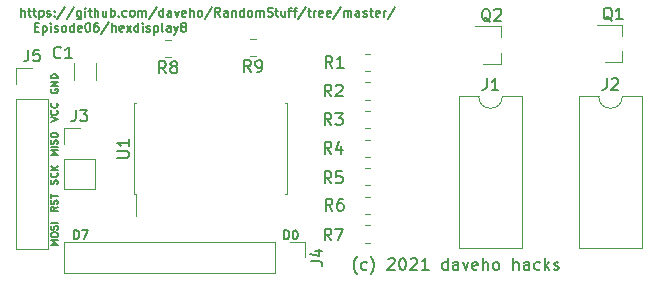
<source format=gbr>
%TF.GenerationSoftware,KiCad,Pcbnew,5.1.9-73d0e3b20d~88~ubuntu20.04.1*%
%TF.CreationDate,2021-03-07T16:38:01-05:00*%
%TF.ProjectId,hexdisplay8,68657864-6973-4706-9c61-79382e6b6963,rev?*%
%TF.SameCoordinates,Original*%
%TF.FileFunction,Legend,Top*%
%TF.FilePolarity,Positive*%
%FSLAX46Y46*%
G04 Gerber Fmt 4.6, Leading zero omitted, Abs format (unit mm)*
G04 Created by KiCad (PCBNEW 5.1.9-73d0e3b20d~88~ubuntu20.04.1) date 2021-03-07 16:38:01*
%MOMM*%
%LPD*%
G01*
G04 APERTURE LIST*
%ADD10C,0.150000*%
%ADD11C,0.120000*%
G04 APERTURE END LIST*
D10*
X140371428Y-118942857D02*
X139771428Y-118942857D01*
X140200000Y-118742857D01*
X139771428Y-118542857D01*
X140371428Y-118542857D01*
X139771428Y-118142857D02*
X139771428Y-118028571D01*
X139800000Y-117971428D01*
X139857142Y-117914285D01*
X139971428Y-117885714D01*
X140171428Y-117885714D01*
X140285714Y-117914285D01*
X140342857Y-117971428D01*
X140371428Y-118028571D01*
X140371428Y-118142857D01*
X140342857Y-118200000D01*
X140285714Y-118257142D01*
X140171428Y-118285714D01*
X139971428Y-118285714D01*
X139857142Y-118257142D01*
X139800000Y-118200000D01*
X139771428Y-118142857D01*
X140342857Y-117657142D02*
X140371428Y-117571428D01*
X140371428Y-117428571D01*
X140342857Y-117371428D01*
X140314285Y-117342857D01*
X140257142Y-117314285D01*
X140200000Y-117314285D01*
X140142857Y-117342857D01*
X140114285Y-117371428D01*
X140085714Y-117428571D01*
X140057142Y-117542857D01*
X140028571Y-117600000D01*
X140000000Y-117628571D01*
X139942857Y-117657142D01*
X139885714Y-117657142D01*
X139828571Y-117628571D01*
X139800000Y-117600000D01*
X139771428Y-117542857D01*
X139771428Y-117400000D01*
X139800000Y-117314285D01*
X140371428Y-117057142D02*
X139771428Y-117057142D01*
X140371428Y-115728571D02*
X140085714Y-115928571D01*
X140371428Y-116071428D02*
X139771428Y-116071428D01*
X139771428Y-115842857D01*
X139800000Y-115785714D01*
X139828571Y-115757142D01*
X139885714Y-115728571D01*
X139971428Y-115728571D01*
X140028571Y-115757142D01*
X140057142Y-115785714D01*
X140085714Y-115842857D01*
X140085714Y-116071428D01*
X140342857Y-115500000D02*
X140371428Y-115414285D01*
X140371428Y-115271428D01*
X140342857Y-115214285D01*
X140314285Y-115185714D01*
X140257142Y-115157142D01*
X140200000Y-115157142D01*
X140142857Y-115185714D01*
X140114285Y-115214285D01*
X140085714Y-115271428D01*
X140057142Y-115385714D01*
X140028571Y-115442857D01*
X140000000Y-115471428D01*
X139942857Y-115500000D01*
X139885714Y-115500000D01*
X139828571Y-115471428D01*
X139800000Y-115442857D01*
X139771428Y-115385714D01*
X139771428Y-115242857D01*
X139800000Y-115157142D01*
X139771428Y-114985714D02*
X139771428Y-114642857D01*
X140371428Y-114814285D02*
X139771428Y-114814285D01*
X140342857Y-113771428D02*
X140371428Y-113685714D01*
X140371428Y-113542857D01*
X140342857Y-113485714D01*
X140314285Y-113457142D01*
X140257142Y-113428571D01*
X140200000Y-113428571D01*
X140142857Y-113457142D01*
X140114285Y-113485714D01*
X140085714Y-113542857D01*
X140057142Y-113657142D01*
X140028571Y-113714285D01*
X140000000Y-113742857D01*
X139942857Y-113771428D01*
X139885714Y-113771428D01*
X139828571Y-113742857D01*
X139800000Y-113714285D01*
X139771428Y-113657142D01*
X139771428Y-113514285D01*
X139800000Y-113428571D01*
X140314285Y-112828571D02*
X140342857Y-112857142D01*
X140371428Y-112942857D01*
X140371428Y-113000000D01*
X140342857Y-113085714D01*
X140285714Y-113142857D01*
X140228571Y-113171428D01*
X140114285Y-113200000D01*
X140028571Y-113200000D01*
X139914285Y-113171428D01*
X139857142Y-113142857D01*
X139800000Y-113085714D01*
X139771428Y-113000000D01*
X139771428Y-112942857D01*
X139800000Y-112857142D01*
X139828571Y-112828571D01*
X140371428Y-112571428D02*
X139771428Y-112571428D01*
X140371428Y-112228571D02*
X140028571Y-112485714D01*
X139771428Y-112228571D02*
X140114285Y-112571428D01*
X140371428Y-111342857D02*
X139771428Y-111342857D01*
X140200000Y-111142857D01*
X139771428Y-110942857D01*
X140371428Y-110942857D01*
X140371428Y-110657142D02*
X139771428Y-110657142D01*
X140342857Y-110400000D02*
X140371428Y-110314285D01*
X140371428Y-110171428D01*
X140342857Y-110114285D01*
X140314285Y-110085714D01*
X140257142Y-110057142D01*
X140200000Y-110057142D01*
X140142857Y-110085714D01*
X140114285Y-110114285D01*
X140085714Y-110171428D01*
X140057142Y-110285714D01*
X140028571Y-110342857D01*
X140000000Y-110371428D01*
X139942857Y-110400000D01*
X139885714Y-110400000D01*
X139828571Y-110371428D01*
X139800000Y-110342857D01*
X139771428Y-110285714D01*
X139771428Y-110142857D01*
X139800000Y-110057142D01*
X139771428Y-109685714D02*
X139771428Y-109571428D01*
X139800000Y-109514285D01*
X139857142Y-109457142D01*
X139971428Y-109428571D01*
X140171428Y-109428571D01*
X140285714Y-109457142D01*
X140342857Y-109514285D01*
X140371428Y-109571428D01*
X140371428Y-109685714D01*
X140342857Y-109742857D01*
X140285714Y-109800000D01*
X140171428Y-109828571D01*
X139971428Y-109828571D01*
X139857142Y-109800000D01*
X139800000Y-109742857D01*
X139771428Y-109685714D01*
X139771428Y-108500000D02*
X140371428Y-108300000D01*
X139771428Y-108100000D01*
X140314285Y-107557142D02*
X140342857Y-107585714D01*
X140371428Y-107671428D01*
X140371428Y-107728571D01*
X140342857Y-107814285D01*
X140285714Y-107871428D01*
X140228571Y-107900000D01*
X140114285Y-107928571D01*
X140028571Y-107928571D01*
X139914285Y-107900000D01*
X139857142Y-107871428D01*
X139800000Y-107814285D01*
X139771428Y-107728571D01*
X139771428Y-107671428D01*
X139800000Y-107585714D01*
X139828571Y-107557142D01*
X140314285Y-106957142D02*
X140342857Y-106985714D01*
X140371428Y-107071428D01*
X140371428Y-107128571D01*
X140342857Y-107214285D01*
X140285714Y-107271428D01*
X140228571Y-107300000D01*
X140114285Y-107328571D01*
X140028571Y-107328571D01*
X139914285Y-107300000D01*
X139857142Y-107271428D01*
X139800000Y-107214285D01*
X139771428Y-107128571D01*
X139771428Y-107071428D01*
X139800000Y-106985714D01*
X139828571Y-106957142D01*
X139800000Y-105757142D02*
X139771428Y-105814285D01*
X139771428Y-105900000D01*
X139800000Y-105985714D01*
X139857142Y-106042857D01*
X139914285Y-106071428D01*
X140028571Y-106100000D01*
X140114285Y-106100000D01*
X140228571Y-106071428D01*
X140285714Y-106042857D01*
X140342857Y-105985714D01*
X140371428Y-105900000D01*
X140371428Y-105842857D01*
X140342857Y-105757142D01*
X140314285Y-105728571D01*
X140114285Y-105728571D01*
X140114285Y-105842857D01*
X140371428Y-105471428D02*
X139771428Y-105471428D01*
X140371428Y-105128571D01*
X139771428Y-105128571D01*
X140371428Y-104842857D02*
X139771428Y-104842857D01*
X139771428Y-104700000D01*
X139800000Y-104614285D01*
X139857142Y-104557142D01*
X139914285Y-104528571D01*
X140028571Y-104500000D01*
X140114285Y-104500000D01*
X140228571Y-104528571D01*
X140285714Y-104557142D01*
X140342857Y-104614285D01*
X140371428Y-104700000D01*
X140371428Y-104842857D01*
X159546428Y-118439285D02*
X159546428Y-117689285D01*
X159725000Y-117689285D01*
X159832142Y-117725000D01*
X159903571Y-117796428D01*
X159939285Y-117867857D01*
X159975000Y-118010714D01*
X159975000Y-118117857D01*
X159939285Y-118260714D01*
X159903571Y-118332142D01*
X159832142Y-118403571D01*
X159725000Y-118439285D01*
X159546428Y-118439285D01*
X160439285Y-117689285D02*
X160510714Y-117689285D01*
X160582142Y-117725000D01*
X160617857Y-117760714D01*
X160653571Y-117832142D01*
X160689285Y-117975000D01*
X160689285Y-118153571D01*
X160653571Y-118296428D01*
X160617857Y-118367857D01*
X160582142Y-118403571D01*
X160510714Y-118439285D01*
X160439285Y-118439285D01*
X160367857Y-118403571D01*
X160332142Y-118367857D01*
X160296428Y-118296428D01*
X160260714Y-118153571D01*
X160260714Y-117975000D01*
X160296428Y-117832142D01*
X160332142Y-117760714D01*
X160367857Y-117725000D01*
X160439285Y-117689285D01*
X141746428Y-118439285D02*
X141746428Y-117689285D01*
X141925000Y-117689285D01*
X142032142Y-117725000D01*
X142103571Y-117796428D01*
X142139285Y-117867857D01*
X142175000Y-118010714D01*
X142175000Y-118117857D01*
X142139285Y-118260714D01*
X142103571Y-118332142D01*
X142032142Y-118403571D01*
X141925000Y-118439285D01*
X141746428Y-118439285D01*
X142425000Y-117689285D02*
X142925000Y-117689285D01*
X142603571Y-118439285D01*
X137276071Y-99601785D02*
X137276071Y-98851785D01*
X137597500Y-99601785D02*
X137597500Y-99208928D01*
X137561785Y-99137500D01*
X137490357Y-99101785D01*
X137383214Y-99101785D01*
X137311785Y-99137500D01*
X137276071Y-99173214D01*
X137847500Y-99101785D02*
X138133214Y-99101785D01*
X137954642Y-98851785D02*
X137954642Y-99494642D01*
X137990357Y-99566071D01*
X138061785Y-99601785D01*
X138133214Y-99601785D01*
X138276071Y-99101785D02*
X138561785Y-99101785D01*
X138383214Y-98851785D02*
X138383214Y-99494642D01*
X138418928Y-99566071D01*
X138490357Y-99601785D01*
X138561785Y-99601785D01*
X138811785Y-99101785D02*
X138811785Y-99851785D01*
X138811785Y-99137500D02*
X138883214Y-99101785D01*
X139026071Y-99101785D01*
X139097500Y-99137500D01*
X139133214Y-99173214D01*
X139168928Y-99244642D01*
X139168928Y-99458928D01*
X139133214Y-99530357D01*
X139097500Y-99566071D01*
X139026071Y-99601785D01*
X138883214Y-99601785D01*
X138811785Y-99566071D01*
X139454642Y-99566071D02*
X139526071Y-99601785D01*
X139668928Y-99601785D01*
X139740357Y-99566071D01*
X139776071Y-99494642D01*
X139776071Y-99458928D01*
X139740357Y-99387500D01*
X139668928Y-99351785D01*
X139561785Y-99351785D01*
X139490357Y-99316071D01*
X139454642Y-99244642D01*
X139454642Y-99208928D01*
X139490357Y-99137500D01*
X139561785Y-99101785D01*
X139668928Y-99101785D01*
X139740357Y-99137500D01*
X140097500Y-99530357D02*
X140133214Y-99566071D01*
X140097500Y-99601785D01*
X140061785Y-99566071D01*
X140097500Y-99530357D01*
X140097500Y-99601785D01*
X140097500Y-99137500D02*
X140133214Y-99173214D01*
X140097500Y-99208928D01*
X140061785Y-99173214D01*
X140097500Y-99137500D01*
X140097500Y-99208928D01*
X140990357Y-98816071D02*
X140347500Y-99780357D01*
X141776071Y-98816071D02*
X141133214Y-99780357D01*
X142347500Y-99101785D02*
X142347500Y-99708928D01*
X142311785Y-99780357D01*
X142276071Y-99816071D01*
X142204642Y-99851785D01*
X142097500Y-99851785D01*
X142026071Y-99816071D01*
X142347500Y-99566071D02*
X142276071Y-99601785D01*
X142133214Y-99601785D01*
X142061785Y-99566071D01*
X142026071Y-99530357D01*
X141990357Y-99458928D01*
X141990357Y-99244642D01*
X142026071Y-99173214D01*
X142061785Y-99137500D01*
X142133214Y-99101785D01*
X142276071Y-99101785D01*
X142347500Y-99137500D01*
X142704642Y-99601785D02*
X142704642Y-99101785D01*
X142704642Y-98851785D02*
X142668928Y-98887500D01*
X142704642Y-98923214D01*
X142740357Y-98887500D01*
X142704642Y-98851785D01*
X142704642Y-98923214D01*
X142954642Y-99101785D02*
X143240357Y-99101785D01*
X143061785Y-98851785D02*
X143061785Y-99494642D01*
X143097500Y-99566071D01*
X143168928Y-99601785D01*
X143240357Y-99601785D01*
X143490357Y-99601785D02*
X143490357Y-98851785D01*
X143811785Y-99601785D02*
X143811785Y-99208928D01*
X143776071Y-99137500D01*
X143704642Y-99101785D01*
X143597500Y-99101785D01*
X143526071Y-99137500D01*
X143490357Y-99173214D01*
X144490357Y-99101785D02*
X144490357Y-99601785D01*
X144168928Y-99101785D02*
X144168928Y-99494642D01*
X144204642Y-99566071D01*
X144276071Y-99601785D01*
X144383214Y-99601785D01*
X144454642Y-99566071D01*
X144490357Y-99530357D01*
X144847500Y-99601785D02*
X144847500Y-98851785D01*
X144847500Y-99137500D02*
X144918928Y-99101785D01*
X145061785Y-99101785D01*
X145133214Y-99137500D01*
X145168928Y-99173214D01*
X145204642Y-99244642D01*
X145204642Y-99458928D01*
X145168928Y-99530357D01*
X145133214Y-99566071D01*
X145061785Y-99601785D01*
X144918928Y-99601785D01*
X144847500Y-99566071D01*
X145526071Y-99530357D02*
X145561785Y-99566071D01*
X145526071Y-99601785D01*
X145490357Y-99566071D01*
X145526071Y-99530357D01*
X145526071Y-99601785D01*
X146204642Y-99566071D02*
X146133214Y-99601785D01*
X145990357Y-99601785D01*
X145918928Y-99566071D01*
X145883214Y-99530357D01*
X145847500Y-99458928D01*
X145847500Y-99244642D01*
X145883214Y-99173214D01*
X145918928Y-99137500D01*
X145990357Y-99101785D01*
X146133214Y-99101785D01*
X146204642Y-99137500D01*
X146633214Y-99601785D02*
X146561785Y-99566071D01*
X146526071Y-99530357D01*
X146490357Y-99458928D01*
X146490357Y-99244642D01*
X146526071Y-99173214D01*
X146561785Y-99137500D01*
X146633214Y-99101785D01*
X146740357Y-99101785D01*
X146811785Y-99137500D01*
X146847500Y-99173214D01*
X146883214Y-99244642D01*
X146883214Y-99458928D01*
X146847500Y-99530357D01*
X146811785Y-99566071D01*
X146740357Y-99601785D01*
X146633214Y-99601785D01*
X147204642Y-99601785D02*
X147204642Y-99101785D01*
X147204642Y-99173214D02*
X147240357Y-99137500D01*
X147311785Y-99101785D01*
X147418928Y-99101785D01*
X147490357Y-99137500D01*
X147526071Y-99208928D01*
X147526071Y-99601785D01*
X147526071Y-99208928D02*
X147561785Y-99137500D01*
X147633214Y-99101785D01*
X147740357Y-99101785D01*
X147811785Y-99137500D01*
X147847500Y-99208928D01*
X147847500Y-99601785D01*
X148740357Y-98816071D02*
X148097500Y-99780357D01*
X149311785Y-99601785D02*
X149311785Y-98851785D01*
X149311785Y-99566071D02*
X149240357Y-99601785D01*
X149097500Y-99601785D01*
X149026071Y-99566071D01*
X148990357Y-99530357D01*
X148954642Y-99458928D01*
X148954642Y-99244642D01*
X148990357Y-99173214D01*
X149026071Y-99137500D01*
X149097500Y-99101785D01*
X149240357Y-99101785D01*
X149311785Y-99137500D01*
X149990357Y-99601785D02*
X149990357Y-99208928D01*
X149954642Y-99137500D01*
X149883214Y-99101785D01*
X149740357Y-99101785D01*
X149668928Y-99137500D01*
X149990357Y-99566071D02*
X149918928Y-99601785D01*
X149740357Y-99601785D01*
X149668928Y-99566071D01*
X149633214Y-99494642D01*
X149633214Y-99423214D01*
X149668928Y-99351785D01*
X149740357Y-99316071D01*
X149918928Y-99316071D01*
X149990357Y-99280357D01*
X150276071Y-99101785D02*
X150454642Y-99601785D01*
X150633214Y-99101785D01*
X151204642Y-99566071D02*
X151133214Y-99601785D01*
X150990357Y-99601785D01*
X150918928Y-99566071D01*
X150883214Y-99494642D01*
X150883214Y-99208928D01*
X150918928Y-99137500D01*
X150990357Y-99101785D01*
X151133214Y-99101785D01*
X151204642Y-99137500D01*
X151240357Y-99208928D01*
X151240357Y-99280357D01*
X150883214Y-99351785D01*
X151561785Y-99601785D02*
X151561785Y-98851785D01*
X151883214Y-99601785D02*
X151883214Y-99208928D01*
X151847500Y-99137500D01*
X151776071Y-99101785D01*
X151668928Y-99101785D01*
X151597500Y-99137500D01*
X151561785Y-99173214D01*
X152347500Y-99601785D02*
X152276071Y-99566071D01*
X152240357Y-99530357D01*
X152204642Y-99458928D01*
X152204642Y-99244642D01*
X152240357Y-99173214D01*
X152276071Y-99137500D01*
X152347500Y-99101785D01*
X152454642Y-99101785D01*
X152526071Y-99137500D01*
X152561785Y-99173214D01*
X152597500Y-99244642D01*
X152597500Y-99458928D01*
X152561785Y-99530357D01*
X152526071Y-99566071D01*
X152454642Y-99601785D01*
X152347500Y-99601785D01*
X153454642Y-98816071D02*
X152811785Y-99780357D01*
X154133214Y-99601785D02*
X153883214Y-99244642D01*
X153704642Y-99601785D02*
X153704642Y-98851785D01*
X153990357Y-98851785D01*
X154061785Y-98887500D01*
X154097500Y-98923214D01*
X154133214Y-98994642D01*
X154133214Y-99101785D01*
X154097500Y-99173214D01*
X154061785Y-99208928D01*
X153990357Y-99244642D01*
X153704642Y-99244642D01*
X154776071Y-99601785D02*
X154776071Y-99208928D01*
X154740357Y-99137500D01*
X154668928Y-99101785D01*
X154526071Y-99101785D01*
X154454642Y-99137500D01*
X154776071Y-99566071D02*
X154704642Y-99601785D01*
X154526071Y-99601785D01*
X154454642Y-99566071D01*
X154418928Y-99494642D01*
X154418928Y-99423214D01*
X154454642Y-99351785D01*
X154526071Y-99316071D01*
X154704642Y-99316071D01*
X154776071Y-99280357D01*
X155133214Y-99101785D02*
X155133214Y-99601785D01*
X155133214Y-99173214D02*
X155168928Y-99137500D01*
X155240357Y-99101785D01*
X155347500Y-99101785D01*
X155418928Y-99137500D01*
X155454642Y-99208928D01*
X155454642Y-99601785D01*
X156133214Y-99601785D02*
X156133214Y-98851785D01*
X156133214Y-99566071D02*
X156061785Y-99601785D01*
X155918928Y-99601785D01*
X155847500Y-99566071D01*
X155811785Y-99530357D01*
X155776071Y-99458928D01*
X155776071Y-99244642D01*
X155811785Y-99173214D01*
X155847500Y-99137500D01*
X155918928Y-99101785D01*
X156061785Y-99101785D01*
X156133214Y-99137500D01*
X156597500Y-99601785D02*
X156526071Y-99566071D01*
X156490357Y-99530357D01*
X156454642Y-99458928D01*
X156454642Y-99244642D01*
X156490357Y-99173214D01*
X156526071Y-99137500D01*
X156597500Y-99101785D01*
X156704642Y-99101785D01*
X156776071Y-99137500D01*
X156811785Y-99173214D01*
X156847500Y-99244642D01*
X156847500Y-99458928D01*
X156811785Y-99530357D01*
X156776071Y-99566071D01*
X156704642Y-99601785D01*
X156597500Y-99601785D01*
X157168928Y-99601785D02*
X157168928Y-99101785D01*
X157168928Y-99173214D02*
X157204642Y-99137500D01*
X157276071Y-99101785D01*
X157383214Y-99101785D01*
X157454642Y-99137500D01*
X157490357Y-99208928D01*
X157490357Y-99601785D01*
X157490357Y-99208928D02*
X157526071Y-99137500D01*
X157597500Y-99101785D01*
X157704642Y-99101785D01*
X157776071Y-99137500D01*
X157811785Y-99208928D01*
X157811785Y-99601785D01*
X158133214Y-99566071D02*
X158240357Y-99601785D01*
X158418928Y-99601785D01*
X158490357Y-99566071D01*
X158526071Y-99530357D01*
X158561785Y-99458928D01*
X158561785Y-99387500D01*
X158526071Y-99316071D01*
X158490357Y-99280357D01*
X158418928Y-99244642D01*
X158276071Y-99208928D01*
X158204642Y-99173214D01*
X158168928Y-99137500D01*
X158133214Y-99066071D01*
X158133214Y-98994642D01*
X158168928Y-98923214D01*
X158204642Y-98887500D01*
X158276071Y-98851785D01*
X158454642Y-98851785D01*
X158561785Y-98887500D01*
X158776071Y-99101785D02*
X159061785Y-99101785D01*
X158883214Y-98851785D02*
X158883214Y-99494642D01*
X158918928Y-99566071D01*
X158990357Y-99601785D01*
X159061785Y-99601785D01*
X159633214Y-99101785D02*
X159633214Y-99601785D01*
X159311785Y-99101785D02*
X159311785Y-99494642D01*
X159347500Y-99566071D01*
X159418928Y-99601785D01*
X159526071Y-99601785D01*
X159597500Y-99566071D01*
X159633214Y-99530357D01*
X159883214Y-99101785D02*
X160168928Y-99101785D01*
X159990357Y-99601785D02*
X159990357Y-98958928D01*
X160026071Y-98887500D01*
X160097500Y-98851785D01*
X160168928Y-98851785D01*
X160311785Y-99101785D02*
X160597500Y-99101785D01*
X160418928Y-99601785D02*
X160418928Y-98958928D01*
X160454642Y-98887500D01*
X160526071Y-98851785D01*
X160597500Y-98851785D01*
X161383214Y-98816071D02*
X160740357Y-99780357D01*
X161526071Y-99101785D02*
X161811785Y-99101785D01*
X161633214Y-98851785D02*
X161633214Y-99494642D01*
X161668928Y-99566071D01*
X161740357Y-99601785D01*
X161811785Y-99601785D01*
X162061785Y-99601785D02*
X162061785Y-99101785D01*
X162061785Y-99244642D02*
X162097500Y-99173214D01*
X162133214Y-99137500D01*
X162204642Y-99101785D01*
X162276071Y-99101785D01*
X162811785Y-99566071D02*
X162740357Y-99601785D01*
X162597500Y-99601785D01*
X162526071Y-99566071D01*
X162490357Y-99494642D01*
X162490357Y-99208928D01*
X162526071Y-99137500D01*
X162597500Y-99101785D01*
X162740357Y-99101785D01*
X162811785Y-99137500D01*
X162847500Y-99208928D01*
X162847500Y-99280357D01*
X162490357Y-99351785D01*
X163454642Y-99566071D02*
X163383214Y-99601785D01*
X163240357Y-99601785D01*
X163168928Y-99566071D01*
X163133214Y-99494642D01*
X163133214Y-99208928D01*
X163168928Y-99137500D01*
X163240357Y-99101785D01*
X163383214Y-99101785D01*
X163454642Y-99137500D01*
X163490357Y-99208928D01*
X163490357Y-99280357D01*
X163133214Y-99351785D01*
X164347500Y-98816071D02*
X163704642Y-99780357D01*
X164597500Y-99601785D02*
X164597500Y-99101785D01*
X164597500Y-99173214D02*
X164633214Y-99137500D01*
X164704642Y-99101785D01*
X164811785Y-99101785D01*
X164883214Y-99137500D01*
X164918928Y-99208928D01*
X164918928Y-99601785D01*
X164918928Y-99208928D02*
X164954642Y-99137500D01*
X165026071Y-99101785D01*
X165133214Y-99101785D01*
X165204642Y-99137500D01*
X165240357Y-99208928D01*
X165240357Y-99601785D01*
X165918928Y-99601785D02*
X165918928Y-99208928D01*
X165883214Y-99137500D01*
X165811785Y-99101785D01*
X165668928Y-99101785D01*
X165597500Y-99137500D01*
X165918928Y-99566071D02*
X165847500Y-99601785D01*
X165668928Y-99601785D01*
X165597500Y-99566071D01*
X165561785Y-99494642D01*
X165561785Y-99423214D01*
X165597500Y-99351785D01*
X165668928Y-99316071D01*
X165847500Y-99316071D01*
X165918928Y-99280357D01*
X166240357Y-99566071D02*
X166311785Y-99601785D01*
X166454642Y-99601785D01*
X166526071Y-99566071D01*
X166561785Y-99494642D01*
X166561785Y-99458928D01*
X166526071Y-99387500D01*
X166454642Y-99351785D01*
X166347500Y-99351785D01*
X166276071Y-99316071D01*
X166240357Y-99244642D01*
X166240357Y-99208928D01*
X166276071Y-99137500D01*
X166347500Y-99101785D01*
X166454642Y-99101785D01*
X166526071Y-99137500D01*
X166776071Y-99101785D02*
X167061785Y-99101785D01*
X166883214Y-98851785D02*
X166883214Y-99494642D01*
X166918928Y-99566071D01*
X166990357Y-99601785D01*
X167061785Y-99601785D01*
X167597500Y-99566071D02*
X167526071Y-99601785D01*
X167383214Y-99601785D01*
X167311785Y-99566071D01*
X167276071Y-99494642D01*
X167276071Y-99208928D01*
X167311785Y-99137500D01*
X167383214Y-99101785D01*
X167526071Y-99101785D01*
X167597500Y-99137500D01*
X167633214Y-99208928D01*
X167633214Y-99280357D01*
X167276071Y-99351785D01*
X167954642Y-99601785D02*
X167954642Y-99101785D01*
X167954642Y-99244642D02*
X167990357Y-99173214D01*
X168026071Y-99137500D01*
X168097500Y-99101785D01*
X168168928Y-99101785D01*
X168954642Y-98816071D02*
X168311785Y-99780357D01*
X138418928Y-100483928D02*
X138668928Y-100483928D01*
X138776071Y-100876785D02*
X138418928Y-100876785D01*
X138418928Y-100126785D01*
X138776071Y-100126785D01*
X139097500Y-100376785D02*
X139097500Y-101126785D01*
X139097500Y-100412500D02*
X139168928Y-100376785D01*
X139311785Y-100376785D01*
X139383214Y-100412500D01*
X139418928Y-100448214D01*
X139454642Y-100519642D01*
X139454642Y-100733928D01*
X139418928Y-100805357D01*
X139383214Y-100841071D01*
X139311785Y-100876785D01*
X139168928Y-100876785D01*
X139097500Y-100841071D01*
X139776071Y-100876785D02*
X139776071Y-100376785D01*
X139776071Y-100126785D02*
X139740357Y-100162500D01*
X139776071Y-100198214D01*
X139811785Y-100162500D01*
X139776071Y-100126785D01*
X139776071Y-100198214D01*
X140097500Y-100841071D02*
X140168928Y-100876785D01*
X140311785Y-100876785D01*
X140383214Y-100841071D01*
X140418928Y-100769642D01*
X140418928Y-100733928D01*
X140383214Y-100662500D01*
X140311785Y-100626785D01*
X140204642Y-100626785D01*
X140133214Y-100591071D01*
X140097500Y-100519642D01*
X140097500Y-100483928D01*
X140133214Y-100412500D01*
X140204642Y-100376785D01*
X140311785Y-100376785D01*
X140383214Y-100412500D01*
X140847500Y-100876785D02*
X140776071Y-100841071D01*
X140740357Y-100805357D01*
X140704642Y-100733928D01*
X140704642Y-100519642D01*
X140740357Y-100448214D01*
X140776071Y-100412500D01*
X140847500Y-100376785D01*
X140954642Y-100376785D01*
X141026071Y-100412500D01*
X141061785Y-100448214D01*
X141097500Y-100519642D01*
X141097500Y-100733928D01*
X141061785Y-100805357D01*
X141026071Y-100841071D01*
X140954642Y-100876785D01*
X140847500Y-100876785D01*
X141740357Y-100876785D02*
X141740357Y-100126785D01*
X141740357Y-100841071D02*
X141668928Y-100876785D01*
X141526071Y-100876785D01*
X141454642Y-100841071D01*
X141418928Y-100805357D01*
X141383214Y-100733928D01*
X141383214Y-100519642D01*
X141418928Y-100448214D01*
X141454642Y-100412500D01*
X141526071Y-100376785D01*
X141668928Y-100376785D01*
X141740357Y-100412500D01*
X142383214Y-100841071D02*
X142311785Y-100876785D01*
X142168928Y-100876785D01*
X142097500Y-100841071D01*
X142061785Y-100769642D01*
X142061785Y-100483928D01*
X142097500Y-100412500D01*
X142168928Y-100376785D01*
X142311785Y-100376785D01*
X142383214Y-100412500D01*
X142418928Y-100483928D01*
X142418928Y-100555357D01*
X142061785Y-100626785D01*
X142883214Y-100126785D02*
X142954642Y-100126785D01*
X143026071Y-100162500D01*
X143061785Y-100198214D01*
X143097500Y-100269642D01*
X143133214Y-100412500D01*
X143133214Y-100591071D01*
X143097500Y-100733928D01*
X143061785Y-100805357D01*
X143026071Y-100841071D01*
X142954642Y-100876785D01*
X142883214Y-100876785D01*
X142811785Y-100841071D01*
X142776071Y-100805357D01*
X142740357Y-100733928D01*
X142704642Y-100591071D01*
X142704642Y-100412500D01*
X142740357Y-100269642D01*
X142776071Y-100198214D01*
X142811785Y-100162500D01*
X142883214Y-100126785D01*
X143776071Y-100126785D02*
X143633214Y-100126785D01*
X143561785Y-100162500D01*
X143526071Y-100198214D01*
X143454642Y-100305357D01*
X143418928Y-100448214D01*
X143418928Y-100733928D01*
X143454642Y-100805357D01*
X143490357Y-100841071D01*
X143561785Y-100876785D01*
X143704642Y-100876785D01*
X143776071Y-100841071D01*
X143811785Y-100805357D01*
X143847500Y-100733928D01*
X143847500Y-100555357D01*
X143811785Y-100483928D01*
X143776071Y-100448214D01*
X143704642Y-100412500D01*
X143561785Y-100412500D01*
X143490357Y-100448214D01*
X143454642Y-100483928D01*
X143418928Y-100555357D01*
X144704642Y-100091071D02*
X144061785Y-101055357D01*
X144954642Y-100876785D02*
X144954642Y-100126785D01*
X145276071Y-100876785D02*
X145276071Y-100483928D01*
X145240357Y-100412500D01*
X145168928Y-100376785D01*
X145061785Y-100376785D01*
X144990357Y-100412500D01*
X144954642Y-100448214D01*
X145918928Y-100841071D02*
X145847500Y-100876785D01*
X145704642Y-100876785D01*
X145633214Y-100841071D01*
X145597500Y-100769642D01*
X145597500Y-100483928D01*
X145633214Y-100412500D01*
X145704642Y-100376785D01*
X145847500Y-100376785D01*
X145918928Y-100412500D01*
X145954642Y-100483928D01*
X145954642Y-100555357D01*
X145597500Y-100626785D01*
X146204642Y-100876785D02*
X146597500Y-100376785D01*
X146204642Y-100376785D02*
X146597500Y-100876785D01*
X147204642Y-100876785D02*
X147204642Y-100126785D01*
X147204642Y-100841071D02*
X147133214Y-100876785D01*
X146990357Y-100876785D01*
X146918928Y-100841071D01*
X146883214Y-100805357D01*
X146847500Y-100733928D01*
X146847500Y-100519642D01*
X146883214Y-100448214D01*
X146918928Y-100412500D01*
X146990357Y-100376785D01*
X147133214Y-100376785D01*
X147204642Y-100412500D01*
X147561785Y-100876785D02*
X147561785Y-100376785D01*
X147561785Y-100126785D02*
X147526071Y-100162500D01*
X147561785Y-100198214D01*
X147597500Y-100162500D01*
X147561785Y-100126785D01*
X147561785Y-100198214D01*
X147883214Y-100841071D02*
X147954642Y-100876785D01*
X148097500Y-100876785D01*
X148168928Y-100841071D01*
X148204642Y-100769642D01*
X148204642Y-100733928D01*
X148168928Y-100662500D01*
X148097500Y-100626785D01*
X147990357Y-100626785D01*
X147918928Y-100591071D01*
X147883214Y-100519642D01*
X147883214Y-100483928D01*
X147918928Y-100412500D01*
X147990357Y-100376785D01*
X148097500Y-100376785D01*
X148168928Y-100412500D01*
X148526071Y-100376785D02*
X148526071Y-101126785D01*
X148526071Y-100412500D02*
X148597500Y-100376785D01*
X148740357Y-100376785D01*
X148811785Y-100412500D01*
X148847500Y-100448214D01*
X148883214Y-100519642D01*
X148883214Y-100733928D01*
X148847500Y-100805357D01*
X148811785Y-100841071D01*
X148740357Y-100876785D01*
X148597500Y-100876785D01*
X148526071Y-100841071D01*
X149311785Y-100876785D02*
X149240357Y-100841071D01*
X149204642Y-100769642D01*
X149204642Y-100126785D01*
X149918928Y-100876785D02*
X149918928Y-100483928D01*
X149883214Y-100412500D01*
X149811785Y-100376785D01*
X149668928Y-100376785D01*
X149597500Y-100412500D01*
X149918928Y-100841071D02*
X149847500Y-100876785D01*
X149668928Y-100876785D01*
X149597500Y-100841071D01*
X149561785Y-100769642D01*
X149561785Y-100698214D01*
X149597500Y-100626785D01*
X149668928Y-100591071D01*
X149847500Y-100591071D01*
X149918928Y-100555357D01*
X150204642Y-100376785D02*
X150383214Y-100876785D01*
X150561785Y-100376785D02*
X150383214Y-100876785D01*
X150311785Y-101055357D01*
X150276071Y-101091071D01*
X150204642Y-101126785D01*
X150954642Y-100448214D02*
X150883214Y-100412500D01*
X150847500Y-100376785D01*
X150811785Y-100305357D01*
X150811785Y-100269642D01*
X150847500Y-100198214D01*
X150883214Y-100162500D01*
X150954642Y-100126785D01*
X151097500Y-100126785D01*
X151168928Y-100162500D01*
X151204642Y-100198214D01*
X151240357Y-100269642D01*
X151240357Y-100305357D01*
X151204642Y-100376785D01*
X151168928Y-100412500D01*
X151097500Y-100448214D01*
X150954642Y-100448214D01*
X150883214Y-100483928D01*
X150847500Y-100519642D01*
X150811785Y-100591071D01*
X150811785Y-100733928D01*
X150847500Y-100805357D01*
X150883214Y-100841071D01*
X150954642Y-100876785D01*
X151097500Y-100876785D01*
X151168928Y-100841071D01*
X151204642Y-100805357D01*
X151240357Y-100733928D01*
X151240357Y-100591071D01*
X151204642Y-100519642D01*
X151168928Y-100483928D01*
X151097500Y-100448214D01*
X165719047Y-121433333D02*
X165671428Y-121385714D01*
X165576190Y-121242857D01*
X165528571Y-121147619D01*
X165480952Y-121004761D01*
X165433333Y-120766666D01*
X165433333Y-120576190D01*
X165480952Y-120338095D01*
X165528571Y-120195238D01*
X165576190Y-120100000D01*
X165671428Y-119957142D01*
X165719047Y-119909523D01*
X166528571Y-121004761D02*
X166433333Y-121052380D01*
X166242857Y-121052380D01*
X166147619Y-121004761D01*
X166100000Y-120957142D01*
X166052380Y-120861904D01*
X166052380Y-120576190D01*
X166100000Y-120480952D01*
X166147619Y-120433333D01*
X166242857Y-120385714D01*
X166433333Y-120385714D01*
X166528571Y-120433333D01*
X166861904Y-121433333D02*
X166909523Y-121385714D01*
X167004761Y-121242857D01*
X167052380Y-121147619D01*
X167100000Y-121004761D01*
X167147619Y-120766666D01*
X167147619Y-120576190D01*
X167100000Y-120338095D01*
X167052380Y-120195238D01*
X167004761Y-120100000D01*
X166909523Y-119957142D01*
X166861904Y-119909523D01*
X168338095Y-120147619D02*
X168385714Y-120100000D01*
X168480952Y-120052380D01*
X168719047Y-120052380D01*
X168814285Y-120100000D01*
X168861904Y-120147619D01*
X168909523Y-120242857D01*
X168909523Y-120338095D01*
X168861904Y-120480952D01*
X168290476Y-121052380D01*
X168909523Y-121052380D01*
X169528571Y-120052380D02*
X169623809Y-120052380D01*
X169719047Y-120100000D01*
X169766666Y-120147619D01*
X169814285Y-120242857D01*
X169861904Y-120433333D01*
X169861904Y-120671428D01*
X169814285Y-120861904D01*
X169766666Y-120957142D01*
X169719047Y-121004761D01*
X169623809Y-121052380D01*
X169528571Y-121052380D01*
X169433333Y-121004761D01*
X169385714Y-120957142D01*
X169338095Y-120861904D01*
X169290476Y-120671428D01*
X169290476Y-120433333D01*
X169338095Y-120242857D01*
X169385714Y-120147619D01*
X169433333Y-120100000D01*
X169528571Y-120052380D01*
X170242857Y-120147619D02*
X170290476Y-120100000D01*
X170385714Y-120052380D01*
X170623809Y-120052380D01*
X170719047Y-120100000D01*
X170766666Y-120147619D01*
X170814285Y-120242857D01*
X170814285Y-120338095D01*
X170766666Y-120480952D01*
X170195238Y-121052380D01*
X170814285Y-121052380D01*
X171766666Y-121052380D02*
X171195238Y-121052380D01*
X171480952Y-121052380D02*
X171480952Y-120052380D01*
X171385714Y-120195238D01*
X171290476Y-120290476D01*
X171195238Y-120338095D01*
X173385714Y-121052380D02*
X173385714Y-120052380D01*
X173385714Y-121004761D02*
X173290476Y-121052380D01*
X173100000Y-121052380D01*
X173004761Y-121004761D01*
X172957142Y-120957142D01*
X172909523Y-120861904D01*
X172909523Y-120576190D01*
X172957142Y-120480952D01*
X173004761Y-120433333D01*
X173100000Y-120385714D01*
X173290476Y-120385714D01*
X173385714Y-120433333D01*
X174290476Y-121052380D02*
X174290476Y-120528571D01*
X174242857Y-120433333D01*
X174147619Y-120385714D01*
X173957142Y-120385714D01*
X173861904Y-120433333D01*
X174290476Y-121004761D02*
X174195238Y-121052380D01*
X173957142Y-121052380D01*
X173861904Y-121004761D01*
X173814285Y-120909523D01*
X173814285Y-120814285D01*
X173861904Y-120719047D01*
X173957142Y-120671428D01*
X174195238Y-120671428D01*
X174290476Y-120623809D01*
X174671428Y-120385714D02*
X174909523Y-121052380D01*
X175147619Y-120385714D01*
X175909523Y-121004761D02*
X175814285Y-121052380D01*
X175623809Y-121052380D01*
X175528571Y-121004761D01*
X175480952Y-120909523D01*
X175480952Y-120528571D01*
X175528571Y-120433333D01*
X175623809Y-120385714D01*
X175814285Y-120385714D01*
X175909523Y-120433333D01*
X175957142Y-120528571D01*
X175957142Y-120623809D01*
X175480952Y-120719047D01*
X176385714Y-121052380D02*
X176385714Y-120052380D01*
X176814285Y-121052380D02*
X176814285Y-120528571D01*
X176766666Y-120433333D01*
X176671428Y-120385714D01*
X176528571Y-120385714D01*
X176433333Y-120433333D01*
X176385714Y-120480952D01*
X177433333Y-121052380D02*
X177338095Y-121004761D01*
X177290476Y-120957142D01*
X177242857Y-120861904D01*
X177242857Y-120576190D01*
X177290476Y-120480952D01*
X177338095Y-120433333D01*
X177433333Y-120385714D01*
X177576190Y-120385714D01*
X177671428Y-120433333D01*
X177719047Y-120480952D01*
X177766666Y-120576190D01*
X177766666Y-120861904D01*
X177719047Y-120957142D01*
X177671428Y-121004761D01*
X177576190Y-121052380D01*
X177433333Y-121052380D01*
X178957142Y-121052380D02*
X178957142Y-120052380D01*
X179385714Y-121052380D02*
X179385714Y-120528571D01*
X179338095Y-120433333D01*
X179242857Y-120385714D01*
X179100000Y-120385714D01*
X179004761Y-120433333D01*
X178957142Y-120480952D01*
X180290476Y-121052380D02*
X180290476Y-120528571D01*
X180242857Y-120433333D01*
X180147619Y-120385714D01*
X179957142Y-120385714D01*
X179861904Y-120433333D01*
X180290476Y-121004761D02*
X180195238Y-121052380D01*
X179957142Y-121052380D01*
X179861904Y-121004761D01*
X179814285Y-120909523D01*
X179814285Y-120814285D01*
X179861904Y-120719047D01*
X179957142Y-120671428D01*
X180195238Y-120671428D01*
X180290476Y-120623809D01*
X181195238Y-121004761D02*
X181100000Y-121052380D01*
X180909523Y-121052380D01*
X180814285Y-121004761D01*
X180766666Y-120957142D01*
X180719047Y-120861904D01*
X180719047Y-120576190D01*
X180766666Y-120480952D01*
X180814285Y-120433333D01*
X180909523Y-120385714D01*
X181100000Y-120385714D01*
X181195238Y-120433333D01*
X181623809Y-121052380D02*
X181623809Y-120052380D01*
X181719047Y-120671428D02*
X182004761Y-121052380D01*
X182004761Y-120385714D02*
X181623809Y-120766666D01*
X182385714Y-121004761D02*
X182480952Y-121052380D01*
X182671428Y-121052380D01*
X182766666Y-121004761D01*
X182814285Y-120909523D01*
X182814285Y-120861904D01*
X182766666Y-120766666D01*
X182671428Y-120719047D01*
X182528571Y-120719047D01*
X182433333Y-120671428D01*
X182385714Y-120576190D01*
X182385714Y-120528571D01*
X182433333Y-120433333D01*
X182528571Y-120385714D01*
X182671428Y-120385714D01*
X182766666Y-120433333D01*
D11*
%TO.C,C1*%
X143610000Y-104948752D02*
X143610000Y-103526248D01*
X141790000Y-104948752D02*
X141790000Y-103526248D01*
%TO.C,J1*%
X176010000Y-106370000D02*
X174360000Y-106370000D01*
X174360000Y-106370000D02*
X174360000Y-119190000D01*
X174360000Y-119190000D02*
X179660000Y-119190000D01*
X179660000Y-119190000D02*
X179660000Y-106370000D01*
X179660000Y-106370000D02*
X178010000Y-106370000D01*
X178010000Y-106370000D02*
G75*
G02*
X176010000Y-106370000I-1000000J0D01*
G01*
%TO.C,J2*%
X189820000Y-106370000D02*
X188170000Y-106370000D01*
X189820000Y-119190000D02*
X189820000Y-106370000D01*
X184520000Y-119190000D02*
X189820000Y-119190000D01*
X184520000Y-106370000D02*
X184520000Y-119190000D01*
X186170000Y-106370000D02*
X184520000Y-106370000D01*
X188170000Y-106370000D02*
G75*
G02*
X186170000Y-106370000I-1000000J0D01*
G01*
%TO.C,J3*%
X140890000Y-109030000D02*
X142220000Y-109030000D01*
X140890000Y-110360000D02*
X140890000Y-109030000D01*
X140890000Y-111630000D02*
X143550000Y-111630000D01*
X143550000Y-111630000D02*
X143550000Y-114230000D01*
X140890000Y-111630000D02*
X140890000Y-114230000D01*
X140890000Y-114230000D02*
X143550000Y-114230000D01*
%TO.C,J4*%
X161330000Y-118670000D02*
X161330000Y-120000000D01*
X160000000Y-118670000D02*
X161330000Y-118670000D01*
X158730000Y-118670000D02*
X158730000Y-121330000D01*
X158730000Y-121330000D02*
X140890000Y-121330000D01*
X158730000Y-118670000D02*
X140890000Y-118670000D01*
X140890000Y-118670000D02*
X140890000Y-121330000D01*
%TO.C,J5*%
X136870000Y-103950000D02*
X138200000Y-103950000D01*
X136870000Y-105280000D02*
X136870000Y-103950000D01*
X136870000Y-106550000D02*
X139530000Y-106550000D01*
X139530000Y-106550000D02*
X139530000Y-119310000D01*
X136870000Y-106550000D02*
X136870000Y-119310000D01*
X136870000Y-119310000D02*
X139530000Y-119310000D01*
%TO.C,Q1*%
X188160000Y-103480000D02*
X186700000Y-103480000D01*
X188160000Y-100320000D02*
X186000000Y-100320000D01*
X188160000Y-100320000D02*
X188160000Y-101250000D01*
X188160000Y-103480000D02*
X188160000Y-102550000D01*
%TO.C,Q2*%
X177860000Y-103580000D02*
X177860000Y-102650000D01*
X177860000Y-100420000D02*
X177860000Y-101350000D01*
X177860000Y-100420000D02*
X175700000Y-100420000D01*
X177860000Y-103580000D02*
X176400000Y-103580000D01*
%TO.C,R1*%
X166827064Y-102765000D02*
X166372936Y-102765000D01*
X166827064Y-104235000D02*
X166372936Y-104235000D01*
%TO.C,R2*%
X166827064Y-106651666D02*
X166372936Y-106651666D01*
X166827064Y-105181666D02*
X166372936Y-105181666D01*
%TO.C,R3*%
X166827064Y-107598332D02*
X166372936Y-107598332D01*
X166827064Y-109068332D02*
X166372936Y-109068332D01*
%TO.C,R4*%
X166827064Y-111484998D02*
X166372936Y-111484998D01*
X166827064Y-110014998D02*
X166372936Y-110014998D01*
%TO.C,R5*%
X166827064Y-112431664D02*
X166372936Y-112431664D01*
X166827064Y-113901664D02*
X166372936Y-113901664D01*
%TO.C,R6*%
X166827064Y-116318330D02*
X166372936Y-116318330D01*
X166827064Y-114848330D02*
X166372936Y-114848330D01*
%TO.C,R7*%
X166827064Y-117265000D02*
X166372936Y-117265000D01*
X166827064Y-118735000D02*
X166372936Y-118735000D01*
%TO.C,R8*%
X149927064Y-103035000D02*
X149472936Y-103035000D01*
X149927064Y-101565000D02*
X149472936Y-101565000D01*
%TO.C,R9*%
X157127064Y-101465000D02*
X156672936Y-101465000D01*
X157127064Y-102935000D02*
X156672936Y-102935000D01*
%TO.C,U1*%
X147025000Y-114660000D02*
X147025000Y-116475000D01*
X146790000Y-114660000D02*
X147025000Y-114660000D01*
X146790000Y-110800000D02*
X146790000Y-114660000D01*
X146790000Y-106940000D02*
X147025000Y-106940000D01*
X146790000Y-110800000D02*
X146790000Y-106940000D01*
X159810000Y-114660000D02*
X159575000Y-114660000D01*
X159810000Y-110800000D02*
X159810000Y-114660000D01*
X159810000Y-106940000D02*
X159575000Y-106940000D01*
X159810000Y-110800000D02*
X159810000Y-106940000D01*
%TO.C,C1*%
D10*
X140633333Y-103057142D02*
X140585714Y-103104761D01*
X140442857Y-103152380D01*
X140347619Y-103152380D01*
X140204761Y-103104761D01*
X140109523Y-103009523D01*
X140061904Y-102914285D01*
X140014285Y-102723809D01*
X140014285Y-102580952D01*
X140061904Y-102390476D01*
X140109523Y-102295238D01*
X140204761Y-102200000D01*
X140347619Y-102152380D01*
X140442857Y-102152380D01*
X140585714Y-102200000D01*
X140633333Y-102247619D01*
X141585714Y-103152380D02*
X141014285Y-103152380D01*
X141300000Y-103152380D02*
X141300000Y-102152380D01*
X141204761Y-102295238D01*
X141109523Y-102390476D01*
X141014285Y-102438095D01*
%TO.C,J1*%
X176676666Y-104822380D02*
X176676666Y-105536666D01*
X176629047Y-105679523D01*
X176533809Y-105774761D01*
X176390952Y-105822380D01*
X176295714Y-105822380D01*
X177676666Y-105822380D02*
X177105238Y-105822380D01*
X177390952Y-105822380D02*
X177390952Y-104822380D01*
X177295714Y-104965238D01*
X177200476Y-105060476D01*
X177105238Y-105108095D01*
%TO.C,J2*%
X186836666Y-104822380D02*
X186836666Y-105536666D01*
X186789047Y-105679523D01*
X186693809Y-105774761D01*
X186550952Y-105822380D01*
X186455714Y-105822380D01*
X187265238Y-104917619D02*
X187312857Y-104870000D01*
X187408095Y-104822380D01*
X187646190Y-104822380D01*
X187741428Y-104870000D01*
X187789047Y-104917619D01*
X187836666Y-105012857D01*
X187836666Y-105108095D01*
X187789047Y-105250952D01*
X187217619Y-105822380D01*
X187836666Y-105822380D01*
%TO.C,J3*%
X141886666Y-107482380D02*
X141886666Y-108196666D01*
X141839047Y-108339523D01*
X141743809Y-108434761D01*
X141600952Y-108482380D01*
X141505714Y-108482380D01*
X142267619Y-107482380D02*
X142886666Y-107482380D01*
X142553333Y-107863333D01*
X142696190Y-107863333D01*
X142791428Y-107910952D01*
X142839047Y-107958571D01*
X142886666Y-108053809D01*
X142886666Y-108291904D01*
X142839047Y-108387142D01*
X142791428Y-108434761D01*
X142696190Y-108482380D01*
X142410476Y-108482380D01*
X142315238Y-108434761D01*
X142267619Y-108387142D01*
%TO.C,J4*%
X161782380Y-120333333D02*
X162496666Y-120333333D01*
X162639523Y-120380952D01*
X162734761Y-120476190D01*
X162782380Y-120619047D01*
X162782380Y-120714285D01*
X162115714Y-119428571D02*
X162782380Y-119428571D01*
X161734761Y-119666666D02*
X162449047Y-119904761D01*
X162449047Y-119285714D01*
%TO.C,J5*%
X137866666Y-102402380D02*
X137866666Y-103116666D01*
X137819047Y-103259523D01*
X137723809Y-103354761D01*
X137580952Y-103402380D01*
X137485714Y-103402380D01*
X138819047Y-102402380D02*
X138342857Y-102402380D01*
X138295238Y-102878571D01*
X138342857Y-102830952D01*
X138438095Y-102783333D01*
X138676190Y-102783333D01*
X138771428Y-102830952D01*
X138819047Y-102878571D01*
X138866666Y-102973809D01*
X138866666Y-103211904D01*
X138819047Y-103307142D01*
X138771428Y-103354761D01*
X138676190Y-103402380D01*
X138438095Y-103402380D01*
X138342857Y-103354761D01*
X138295238Y-103307142D01*
%TO.C,Q1*%
X187304761Y-99947619D02*
X187209523Y-99900000D01*
X187114285Y-99804761D01*
X186971428Y-99661904D01*
X186876190Y-99614285D01*
X186780952Y-99614285D01*
X186828571Y-99852380D02*
X186733333Y-99804761D01*
X186638095Y-99709523D01*
X186590476Y-99519047D01*
X186590476Y-99185714D01*
X186638095Y-98995238D01*
X186733333Y-98900000D01*
X186828571Y-98852380D01*
X187019047Y-98852380D01*
X187114285Y-98900000D01*
X187209523Y-98995238D01*
X187257142Y-99185714D01*
X187257142Y-99519047D01*
X187209523Y-99709523D01*
X187114285Y-99804761D01*
X187019047Y-99852380D01*
X186828571Y-99852380D01*
X188209523Y-99852380D02*
X187638095Y-99852380D01*
X187923809Y-99852380D02*
X187923809Y-98852380D01*
X187828571Y-98995238D01*
X187733333Y-99090476D01*
X187638095Y-99138095D01*
%TO.C,Q2*%
X177004761Y-100047619D02*
X176909523Y-100000000D01*
X176814285Y-99904761D01*
X176671428Y-99761904D01*
X176576190Y-99714285D01*
X176480952Y-99714285D01*
X176528571Y-99952380D02*
X176433333Y-99904761D01*
X176338095Y-99809523D01*
X176290476Y-99619047D01*
X176290476Y-99285714D01*
X176338095Y-99095238D01*
X176433333Y-99000000D01*
X176528571Y-98952380D01*
X176719047Y-98952380D01*
X176814285Y-99000000D01*
X176909523Y-99095238D01*
X176957142Y-99285714D01*
X176957142Y-99619047D01*
X176909523Y-99809523D01*
X176814285Y-99904761D01*
X176719047Y-99952380D01*
X176528571Y-99952380D01*
X177338095Y-99047619D02*
X177385714Y-99000000D01*
X177480952Y-98952380D01*
X177719047Y-98952380D01*
X177814285Y-99000000D01*
X177861904Y-99047619D01*
X177909523Y-99142857D01*
X177909523Y-99238095D01*
X177861904Y-99380952D01*
X177290476Y-99952380D01*
X177909523Y-99952380D01*
%TO.C,R1*%
X163633333Y-103952380D02*
X163300000Y-103476190D01*
X163061904Y-103952380D02*
X163061904Y-102952380D01*
X163442857Y-102952380D01*
X163538095Y-103000000D01*
X163585714Y-103047619D01*
X163633333Y-103142857D01*
X163633333Y-103285714D01*
X163585714Y-103380952D01*
X163538095Y-103428571D01*
X163442857Y-103476190D01*
X163061904Y-103476190D01*
X164585714Y-103952380D02*
X164014285Y-103952380D01*
X164300000Y-103952380D02*
X164300000Y-102952380D01*
X164204761Y-103095238D01*
X164109523Y-103190476D01*
X164014285Y-103238095D01*
%TO.C,R2*%
X163533333Y-106369046D02*
X163200000Y-105892856D01*
X162961904Y-106369046D02*
X162961904Y-105369046D01*
X163342857Y-105369046D01*
X163438095Y-105416666D01*
X163485714Y-105464285D01*
X163533333Y-105559523D01*
X163533333Y-105702380D01*
X163485714Y-105797618D01*
X163438095Y-105845237D01*
X163342857Y-105892856D01*
X162961904Y-105892856D01*
X163914285Y-105464285D02*
X163961904Y-105416666D01*
X164057142Y-105369046D01*
X164295238Y-105369046D01*
X164390476Y-105416666D01*
X164438095Y-105464285D01*
X164485714Y-105559523D01*
X164485714Y-105654761D01*
X164438095Y-105797618D01*
X163866666Y-106369046D01*
X164485714Y-106369046D01*
%TO.C,R3*%
X163533333Y-108785712D02*
X163200000Y-108309522D01*
X162961904Y-108785712D02*
X162961904Y-107785712D01*
X163342857Y-107785712D01*
X163438095Y-107833332D01*
X163485714Y-107880951D01*
X163533333Y-107976189D01*
X163533333Y-108119046D01*
X163485714Y-108214284D01*
X163438095Y-108261903D01*
X163342857Y-108309522D01*
X162961904Y-108309522D01*
X163866666Y-107785712D02*
X164485714Y-107785712D01*
X164152380Y-108166665D01*
X164295238Y-108166665D01*
X164390476Y-108214284D01*
X164438095Y-108261903D01*
X164485714Y-108357141D01*
X164485714Y-108595236D01*
X164438095Y-108690474D01*
X164390476Y-108738093D01*
X164295238Y-108785712D01*
X164009523Y-108785712D01*
X163914285Y-108738093D01*
X163866666Y-108690474D01*
%TO.C,R4*%
X163533333Y-111202378D02*
X163200000Y-110726188D01*
X162961904Y-111202378D02*
X162961904Y-110202378D01*
X163342857Y-110202378D01*
X163438095Y-110249998D01*
X163485714Y-110297617D01*
X163533333Y-110392855D01*
X163533333Y-110535712D01*
X163485714Y-110630950D01*
X163438095Y-110678569D01*
X163342857Y-110726188D01*
X162961904Y-110726188D01*
X164390476Y-110535712D02*
X164390476Y-111202378D01*
X164152380Y-110154759D02*
X163914285Y-110869045D01*
X164533333Y-110869045D01*
%TO.C,R5*%
X163533333Y-113719044D02*
X163200000Y-113242854D01*
X162961904Y-113719044D02*
X162961904Y-112719044D01*
X163342857Y-112719044D01*
X163438095Y-112766664D01*
X163485714Y-112814283D01*
X163533333Y-112909521D01*
X163533333Y-113052378D01*
X163485714Y-113147616D01*
X163438095Y-113195235D01*
X163342857Y-113242854D01*
X162961904Y-113242854D01*
X164438095Y-112719044D02*
X163961904Y-112719044D01*
X163914285Y-113195235D01*
X163961904Y-113147616D01*
X164057142Y-113099997D01*
X164295238Y-113099997D01*
X164390476Y-113147616D01*
X164438095Y-113195235D01*
X164485714Y-113290473D01*
X164485714Y-113528568D01*
X164438095Y-113623806D01*
X164390476Y-113671425D01*
X164295238Y-113719044D01*
X164057142Y-113719044D01*
X163961904Y-113671425D01*
X163914285Y-113623806D01*
%TO.C,R6*%
X163633333Y-116035710D02*
X163300000Y-115559520D01*
X163061904Y-116035710D02*
X163061904Y-115035710D01*
X163442857Y-115035710D01*
X163538095Y-115083330D01*
X163585714Y-115130949D01*
X163633333Y-115226187D01*
X163633333Y-115369044D01*
X163585714Y-115464282D01*
X163538095Y-115511901D01*
X163442857Y-115559520D01*
X163061904Y-115559520D01*
X164490476Y-115035710D02*
X164300000Y-115035710D01*
X164204761Y-115083330D01*
X164157142Y-115130949D01*
X164061904Y-115273806D01*
X164014285Y-115464282D01*
X164014285Y-115845234D01*
X164061904Y-115940472D01*
X164109523Y-115988091D01*
X164204761Y-116035710D01*
X164395238Y-116035710D01*
X164490476Y-115988091D01*
X164538095Y-115940472D01*
X164585714Y-115845234D01*
X164585714Y-115607139D01*
X164538095Y-115511901D01*
X164490476Y-115464282D01*
X164395238Y-115416663D01*
X164204761Y-115416663D01*
X164109523Y-115464282D01*
X164061904Y-115511901D01*
X164014285Y-115607139D01*
%TO.C,R7*%
X163533333Y-118552380D02*
X163200000Y-118076190D01*
X162961904Y-118552380D02*
X162961904Y-117552380D01*
X163342857Y-117552380D01*
X163438095Y-117600000D01*
X163485714Y-117647619D01*
X163533333Y-117742857D01*
X163533333Y-117885714D01*
X163485714Y-117980952D01*
X163438095Y-118028571D01*
X163342857Y-118076190D01*
X162961904Y-118076190D01*
X163866666Y-117552380D02*
X164533333Y-117552380D01*
X164104761Y-118552380D01*
%TO.C,R8*%
X149533333Y-104402380D02*
X149200000Y-103926190D01*
X148961904Y-104402380D02*
X148961904Y-103402380D01*
X149342857Y-103402380D01*
X149438095Y-103450000D01*
X149485714Y-103497619D01*
X149533333Y-103592857D01*
X149533333Y-103735714D01*
X149485714Y-103830952D01*
X149438095Y-103878571D01*
X149342857Y-103926190D01*
X148961904Y-103926190D01*
X150104761Y-103830952D02*
X150009523Y-103783333D01*
X149961904Y-103735714D01*
X149914285Y-103640476D01*
X149914285Y-103592857D01*
X149961904Y-103497619D01*
X150009523Y-103450000D01*
X150104761Y-103402380D01*
X150295238Y-103402380D01*
X150390476Y-103450000D01*
X150438095Y-103497619D01*
X150485714Y-103592857D01*
X150485714Y-103640476D01*
X150438095Y-103735714D01*
X150390476Y-103783333D01*
X150295238Y-103830952D01*
X150104761Y-103830952D01*
X150009523Y-103878571D01*
X149961904Y-103926190D01*
X149914285Y-104021428D01*
X149914285Y-104211904D01*
X149961904Y-104307142D01*
X150009523Y-104354761D01*
X150104761Y-104402380D01*
X150295238Y-104402380D01*
X150390476Y-104354761D01*
X150438095Y-104307142D01*
X150485714Y-104211904D01*
X150485714Y-104021428D01*
X150438095Y-103926190D01*
X150390476Y-103878571D01*
X150295238Y-103830952D01*
%TO.C,R9*%
X156733333Y-104302380D02*
X156400000Y-103826190D01*
X156161904Y-104302380D02*
X156161904Y-103302380D01*
X156542857Y-103302380D01*
X156638095Y-103350000D01*
X156685714Y-103397619D01*
X156733333Y-103492857D01*
X156733333Y-103635714D01*
X156685714Y-103730952D01*
X156638095Y-103778571D01*
X156542857Y-103826190D01*
X156161904Y-103826190D01*
X157209523Y-104302380D02*
X157400000Y-104302380D01*
X157495238Y-104254761D01*
X157542857Y-104207142D01*
X157638095Y-104064285D01*
X157685714Y-103873809D01*
X157685714Y-103492857D01*
X157638095Y-103397619D01*
X157590476Y-103350000D01*
X157495238Y-103302380D01*
X157304761Y-103302380D01*
X157209523Y-103350000D01*
X157161904Y-103397619D01*
X157114285Y-103492857D01*
X157114285Y-103730952D01*
X157161904Y-103826190D01*
X157209523Y-103873809D01*
X157304761Y-103921428D01*
X157495238Y-103921428D01*
X157590476Y-103873809D01*
X157638095Y-103826190D01*
X157685714Y-103730952D01*
%TO.C,U1*%
X145402380Y-111561904D02*
X146211904Y-111561904D01*
X146307142Y-111514285D01*
X146354761Y-111466666D01*
X146402380Y-111371428D01*
X146402380Y-111180952D01*
X146354761Y-111085714D01*
X146307142Y-111038095D01*
X146211904Y-110990476D01*
X145402380Y-110990476D01*
X146402380Y-109990476D02*
X146402380Y-110561904D01*
X146402380Y-110276190D02*
X145402380Y-110276190D01*
X145545238Y-110371428D01*
X145640476Y-110466666D01*
X145688095Y-110561904D01*
%TD*%
M02*

</source>
